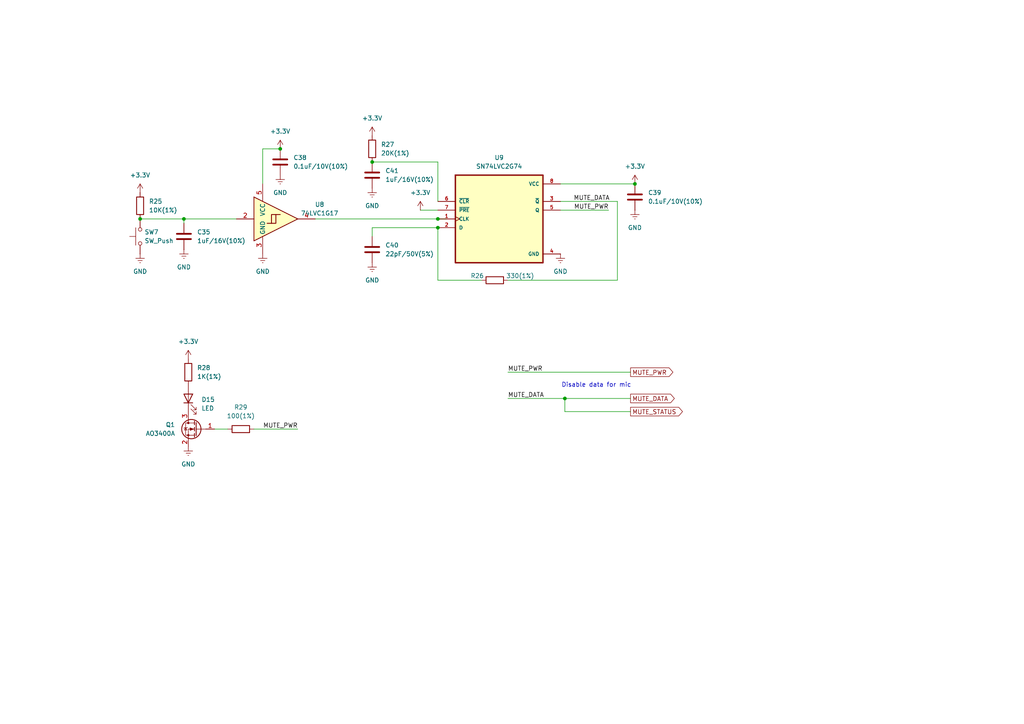
<source format=kicad_sch>
(kicad_sch (version 20231120) (generator "eeschema") (generator_version "8.0")
  (paper "A4")
  (lib_symbols
    (symbol "74xGxx:74LVC1G17"
      (property "Reference" "U" (at 0 3.81 0))
      (property "Value" "74LVC1G17" (at 0 -3.81 0))
      (symbol "74LVC1G17_0_1"
        (polyline (pts (xy -7.62 6.35) (xy -7.62 -6.35) (xy 5.08 0) (xy -7.62 6.35)) (stroke (width 0.254)) (fill (type background)))
        (polyline (pts (xy -3.81 -1.27) (xy -2.54 -1.27) (xy -2.54 1.27) (xy -1.27 1.27)) (stroke (width 0.254)) (fill (type background)))
        (polyline (pts (xy -2.54 -1.27) (xy -1.27 -1.27) (xy -1.27 1.27) (xy 0 1.27)) (stroke (width 0.254)) (fill (type background)))
      )
      (symbol "74LVC1G17_1_1"
        (pin no_connect line (at -7.62 5.08 180) (length 5.08) hide (name "NC") (number "1"))
        (pin input line (at -12.7 0 0) (length 5.08) (name "~") (number "2"))
        (pin power_in line (at -5.08 -10.16 90) (length 5.08) (name "GND") (number "3"))
        (pin output line (at 10.16 0 180) (length 5.08) (name "~") (number "4"))
        (pin power_in line (at -5.08 10.16 270) (length 5.08) (name "VCC") (number "5"))
      )
    )
    (symbol "Device:C" (pin_numbers hide) (pin_names (offset 0.254))
      (property "Reference" "C" (at 0.635 2.54 0))
      (property "Value" "C" (at 0.635 -2.54 0))
      (symbol "C_0_1"
        (polyline (pts (xy -2.032 -0.762) (xy 2.032 -0.762)) (stroke (width 0.508)))
        (polyline (pts (xy -2.032 0.762) (xy 2.032 0.762)) (stroke (width 0.508)))
      )
      (symbol "C_1_1"
        (pin passive line (at 0 3.81 270) (length 2.794) (name "~") (number "1"))
        (pin passive line (at 0 -3.81 90) (length 2.794) (name "~") (number "2"))
      )
    )
    (symbol "Device:LED" (pin_numbers hide) (pin_names (offset 1.016) hide)
      (property "Reference" "D" (at 0 2.54 0))
      (property "Value" "LED" (at 0 -2.54 0))
      (symbol "LED_0_1"
        (polyline (pts (xy -1.27 -1.27) (xy -1.27 1.27)) (stroke (width 0.254)))
        (polyline (pts (xy -1.27 0) (xy 1.27 0)))
        (polyline (pts (xy 1.27 -1.27) (xy 1.27 1.27) (xy -1.27 0) (xy 1.27 -1.27)) (stroke (width 0.254)))
        (polyline (pts (xy -3.048 -0.762) (xy -4.572 -2.286) (xy -3.81 -2.286) (xy -4.572 -2.286) (xy -4.572 -1.524)))
        (polyline (pts (xy -1.778 -0.762) (xy -3.302 -2.286) (xy -2.54 -2.286) (xy -3.302 -2.286) (xy -3.302 -1.524)))
      )
      (symbol "LED_1_1"
        (pin passive line (at -3.81 0 0) (length 2.54) (name "K") (number "1"))
        (pin passive line (at 3.81 0 180) (length 2.54) (name "A") (number "2"))
      )
    )
    (symbol "Device:R" (pin_numbers hide) (pin_names (offset 0))
      (property "Reference" "R" (at 2.032 0 90))
      (property "Value" "R" (at 0 0 90))
      (symbol "R_0_1"
        (rectangle (start -1.016 -2.54) (end 1.016 2.54) (stroke (width 0.254)))
      )
      (symbol "R_1_1"
        (pin passive line (at 0 3.81 270) (length 1.27) (name "~") (number "1"))
        (pin passive line (at 0 -3.81 90) (length 1.27) (name "~") (number "2"))
      )
    )
    (symbol "SN74LVC2G74:SN74LVC2G74" (pin_names (offset 1.016))
      (property "Reference" "U" (at -12.7 13.7 0))
      (property "Value" "SN74LVC2G74" (at -12.7 -16.7 0))
      (symbol "SN74LVC2G74_0_0"
        (rectangle (start -12.7 12.7) (end 12.7 -12.7) (stroke (width 0.41)) (fill (type background)))
        (pin input clock (at -17.78 0 0) (length 5.08) (name "CLK") (number "1"))
        (pin input line (at -17.78 -2.54 0) (length 5.08) (name "D") (number "2"))
        (pin output line (at 17.78 5.08 180) (length 5.08) (name "~{Q}") (number "3"))
        (pin power_in line (at 17.78 -10.16 180) (length 5.08) (name "GND") (number "4"))
        (pin output line (at 17.78 2.54 180) (length 5.08) (name "Q") (number "5"))
        (pin input line (at -17.78 5.08 0) (length 5.08) (name "~{CLR}") (number "6"))
        (pin input line (at -17.78 2.54 0) (length 5.08) (name "~{PRE}") (number "7"))
        (pin power_in line (at 17.78 10.16 180) (length 5.08) (name "VCC") (number "8"))
      )
    )
    (symbol "Switch:SW_Push" (pin_numbers hide) (pin_names (offset 1.016) hide)
      (property "Reference" "SW" (at 1.27 2.54 0))
      (property "Value" "SW_Push" (at 0 -1.524 0))
      (symbol "SW_Push_0_1"
        (circle (center -2.032 0) (radius 0.508))
        (polyline (pts (xy 0 1.27) (xy 0 3.048)))
        (polyline (pts (xy 2.54 1.27) (xy -2.54 1.27)))
        (circle (center 2.032 0) (radius 0.508))
        (pin passive line (at -5.08 0 0) (length 2.54) (name "1") (number "1"))
        (pin passive line (at 5.08 0 180) (length 2.54) (name "2") (number "2"))
      )
    )
    (symbol "Transistor_FET:AO3400A" (pin_names hide)
      (property "Reference" "Q" (at 5.08 1.905 0))
      (property "Value" "AO3400A" (at 5.08 0 0))
      (symbol "AO3400A_0_1"
        (polyline (pts (xy 0.254 0) (xy -2.54 0)))
        (polyline (pts (xy 0.254 1.905) (xy 0.254 -1.905)) (stroke (width 0.254)))
        (polyline (pts (xy 0.762 -1.27) (xy 0.762 -2.286)) (stroke (width 0.254)))
        (polyline (pts (xy 0.762 0.508) (xy 0.762 -0.508)) (stroke (width 0.254)))
        (polyline (pts (xy 0.762 2.286) (xy 0.762 1.27)) (stroke (width 0.254)))
        (polyline (pts (xy 2.54 2.54) (xy 2.54 1.778)))
        (polyline (pts (xy 2.54 -2.54) (xy 2.54 0) (xy 0.762 0)))
        (polyline (pts (xy 0.762 -1.778) (xy 3.302 -1.778) (xy 3.302 1.778) (xy 0.762 1.778)))
        (polyline (pts (xy 1.016 0) (xy 2.032 0.381) (xy 2.032 -0.381) (xy 1.016 0)) (fill (type outline)))
        (polyline (pts (xy 2.794 0.508) (xy 2.921 0.381) (xy 3.683 0.381) (xy 3.81 0.254)))
        (polyline (pts (xy 3.302 0.381) (xy 2.921 -0.254) (xy 3.683 -0.254) (xy 3.302 0.381)))
        (circle (center 1.651 0) (radius 2.794) (stroke (width 0.254)))
        (circle (center 2.54 -1.778) (radius 0.254) (fill (type outline)))
        (circle (center 2.54 1.778) (radius 0.254) (fill (type outline)))
      )
      (symbol "AO3400A_1_1"
        (pin input line (at -5.08 0 0) (length 2.54) (name "G") (number "1"))
        (pin passive line (at 2.54 -5.08 90) (length 2.54) (name "S") (number "2"))
        (pin passive line (at 2.54 5.08 270) (length 2.54) (name "D") (number "3"))
      )
    )
    (symbol "power:+3.3V" (power) (pin_numbers hide) (pin_names (offset 0) hide)
      (property "Value" "+3.3V" (at 0 3.556 0))
      (symbol "+3.3V_0_1"
        (polyline (pts (xy -0.762 1.27) (xy 0 2.54)))
        (polyline (pts (xy 0 0) (xy 0 2.54)))
        (polyline (pts (xy 0 2.54) (xy 0.762 1.27)))
      )
      (symbol "+3.3V_1_1"
        (pin power_in line (at 0 0 90) (length 0) (name "~") (number "1"))
      )
    )
    (symbol "power:Earth" (power) (pin_numbers hide) (pin_names (offset 0) hide)
      (property "Value" "Earth" (at 0 -3.81 0))
      (symbol "Earth_0_1"
        (polyline (pts (xy -0.635 -1.905) (xy 0.635 -1.905)))
        (polyline (pts (xy -0.127 -2.54) (xy 0.127 -2.54)))
        (polyline (pts (xy 0 -1.27) (xy 0 0)))
        (polyline (pts (xy 1.27 -1.27) (xy -1.27 -1.27)))
      )
      (symbol "Earth_1_1"
        (pin power_in line (at 0 0 270) (length 0) (name "~") (number "1"))
      )
    )
  )
  (junction (at 53.34 63.5))
  (junction (at 127 66.04))
  (junction (at 40.64 63.5))
  (junction (at 81.28 43.18))
  (junction (at 107.95 46.99))
  (junction (at 127 63.5))
  (junction (at 163.83 115.57))
  (junction (at 184.15 53.34))
  (wire (pts (xy 139.7 81.28) (xy 127 81.28)))
  (wire (pts (xy 107.95 46.99) (xy 127 46.99)))
  (wire (pts (xy 162.56 53.34) (xy 184.15 53.34)))
  (wire (pts (xy 163.83 119.38) (xy 182.88 119.38)))
  (wire (pts (xy 86.36 124.46) (xy 73.66 124.46)))
  (wire (pts (xy 127 81.28) (xy 127 66.04)))
  (wire (pts (xy 163.83 115.57) (xy 163.83 119.38)))
  (wire (pts (xy 53.34 63.5) (xy 68.58 63.5)))
  (wire (pts (xy 127 66.04) (xy 107.95 66.04)))
  (wire (pts (xy 127 46.99) (xy 127 58.42)))
  (wire (pts (xy 53.34 63.5) (xy 53.34 64.77)))
  (wire (pts (xy 81.28 43.18) (xy 76.2 43.18)))
  (wire (pts (xy 176.53 60.96) (xy 162.56 60.96)))
  (wire (pts (xy 127 60.96) (xy 121.92 60.96)))
  (wire (pts (xy 107.95 66.04) (xy 107.95 68.58)))
  (wire (pts (xy 147.32 115.57) (xy 163.83 115.57)))
  (wire (pts (xy 162.56 58.42) (xy 179.07 58.42)))
  (wire (pts (xy 147.32 107.95) (xy 182.88 107.95)))
  (wire (pts (xy 179.07 81.28) (xy 147.32 81.28)))
  (wire (pts (xy 91.44 63.5) (xy 127 63.5)))
  (wire (pts (xy 66.04 124.46) (xy 62.23 124.46)))
  (wire (pts (xy 53.34 63.5) (xy 40.64 63.5)))
  (wire (pts (xy 163.83 115.57) (xy 182.88 115.57)))
  (wire (pts (xy 127 63.5) (xy 129.54 63.5)))
  (wire (pts (xy 76.2 43.18) (xy 76.2 53.34)))
  (wire (pts (xy 179.07 58.42) (xy 179.07 81.28)))
  (text "Disable data for mic" (at 172.974 111.76 0) (effects (font (size 1.27 1.27))))
  (label "MUTE_DATA" (at 147.32 115.57 0))
  (label "MUTE_PWR" (at 147.32 107.95 0))
  (label "MUTE_PWR" (at 176.53 60.96 180))
  (label "MUTE_DATA" (at 166.37 58.42 0))
  (label "MUTE_PWR" (at 86.36 124.46 180))
  (global_label "MUTE_STATUS" (shape output) (at 182.88 119.38 0) (property "Intersheetrefs" "${INTERSHEET_REFS}" (effects (hide yes))))
  (global_label "MUTE_DATA" (shape output) (at 182.88 115.57 0) (property "Intersheetrefs" "${INTERSHEET_REFS}" (effects (hide yes))))
  (global_label "MUTE_PWR" (shape output) (at 182.88 107.95 0) (property "Intersheetrefs" "${INTERSHEET_REFS}" (effects (hide yes))))
  (symbol (lib_id "power:Earth") (at 184.15 60.96 0) (unit 1)
    (property "Reference" "#PWR0104" (effects (hide yes)))
    (property "Value" "GND" (at 184.15 66.04 0))
    (property "Description" "Power symbol creates a global label with name \"Earth\"" (effects (hide yes)))
  )
  (symbol (lib_id "power:Earth") (at 162.56 73.66 0) (unit 1)
    (property "Reference" "#PWR0105" (effects (hide yes)))
    (property "Value" "GND" (at 162.56 78.74 0))
    (property "Description" "Power symbol creates a global label with name \"Earth\"" (effects (hide yes)))
  )
  (symbol (lib_id "Device:R") (at 107.95 43.18 0) (unit 1)
    (property "Reference" "R27" (at 110.49 41.9099 0) (effects (justify left)))
    (property "Value" "20K(1%)" (at 110.49 44.4499 0) (effects (justify left)))
    (property "Footprint" "Resistor_SMD:R_0603_1608Metric" (effects (hide yes)))
    (property "Description" "Resistor" (effects (hide yes)))
  )
  (symbol (lib_id "Switch:SW_Push") (at 40.64 68.58 90) (unit 1)
    (property "Reference" "SW7" (at 41.91 67.3099 90) (effects (justify right)))
    (property "Value" "SW_Push" (at 41.91 69.8499 90) (effects (justify right)))
    (property "Description" "Push button switch, generic, two pins" (effects (hide yes)))
  )
  (symbol (lib_id "74xGxx:74LVC1G17") (at 81.28 63.5 0) (unit 1)
    (property "Reference" "U8" (at 92.71 59.309 0))
    (property "Value" "74LVC1G17" (at 92.71 61.849 0))
    (property "Datasheet" "https://www.ti.com/lit/ds/symlink/sn74lvc1g17.pdf" (effects (hide yes)))
    (property "Description" "Single Schmitt Buffer Gate, Low-Voltage CMOS" (effects (hide yes)))
  )
  (symbol (lib_id "power:+3.3V") (at 184.15 53.34 0) (unit 1)
    (property "Reference" "#PWR0102" (effects (hide yes)))
    (property "Value" "+3.3V" (at 184.15 48.26 0))
    (property "Description" "Power symbol creates a global label with name \"+3.3V\"" (effects (hide yes)))
  )
  (symbol (lib_id "Device:C") (at 81.28 46.99 0) (unit 1)
    (property "Reference" "C38" (at 85.09 45.7199 0) (effects (justify left)))
    (property "Value" "0.1uF/10V(10%)" (at 85.09 48.2599 0) (effects (justify left)))
    (property "Footprint" "Capacitor_SMD:C_0603_1608Metric" (effects (hide yes)))
    (property "Description" "Unpolarized capacitor" (effects (hide yes)))
  )
  (symbol (lib_id "power:+3.3V") (at 81.28 43.18 0) (unit 1)
    (property "Reference" "#PWR0103" (effects (hide yes)))
    (property "Value" "+3.3V" (at 81.28 38.1 0))
    (property "Description" "Power symbol creates a global label with name \"+3.3V\"" (effects (hide yes)))
  )
  (symbol (lib_id "power:Earth") (at 81.28 50.8 0) (unit 1)
    (property "Reference" "#PWR0101" (effects (hide yes)))
    (property "Value" "GND" (at 81.28 55.88 0))
    (property "Description" "Power symbol creates a global label with name \"Earth\"" (effects (hide yes)))
  )
  (symbol (lib_id "Device:R") (at 69.85 124.46 90) (unit 1)
    (property "Reference" "R29" (at 69.85 118.11 90))
    (property "Value" "100(1%)" (at 69.85 120.65 90))
    (property "Footprint" "Resistor_SMD:R_0603_1608Metric" (effects (hide yes)))
    (property "Description" "Resistor" (effects (hide yes)))
  )
  (symbol (lib_id "power:Earth") (at 40.64 73.66 0) (unit 1)
    (property "Reference" "#PWR096" (effects (hide yes)))
    (property "Value" "GND" (at 40.64 78.74 0))
    (property "Description" "Power symbol creates a global label with name \"Earth\"" (effects (hide yes)))
  )
  (symbol (lib_id "power:+3.3V") (at 40.64 55.88 0) (unit 1)
    (property "Reference" "#PWR097" (effects (hide yes)))
    (property "Value" "+3.3V" (at 40.64 50.8 0))
    (property "Description" "Power symbol creates a global label with name \"+3.3V\"" (effects (hide yes)))
  )
  (symbol (lib_id "power:Earth") (at 54.61 129.54 0) (unit 1)
    (property "Reference" "#PWR0110" (effects (hide yes)))
    (property "Value" "GND" (at 54.61 134.62 0))
    (property "Description" "Power symbol creates a global label with name \"Earth\"" (effects (hide yes)))
  )
  (symbol (lib_id "power:Earth") (at 76.2 73.66 0) (unit 1)
    (property "Reference" "#PWR0108" (effects (hide yes)))
    (property "Value" "GND" (at 76.2 78.74 0))
    (property "Description" "Power symbol creates a global label with name \"Earth\"" (effects (hide yes)))
  )
  (symbol (lib_id "Device:C") (at 53.34 68.58 0) (unit 1)
    (property "Reference" "C35" (at 57.15 67.3099 0) (effects (justify left)))
    (property "Value" "1uF/16V(10%)" (at 57.15 69.8499 0) (effects (justify left)))
    (property "Footprint" "Capacitor_SMD:C_0603_1608Metric" (effects (hide yes)))
    (property "Description" "Unpolarized capacitor" (effects (hide yes)))
  )
  (symbol (lib_id "Device:LED") (at 54.61 115.57 90) (unit 1)
    (property "Reference" "D15" (at 58.42 115.8874 90) (effects (justify right)))
    (property "Value" "LED" (at 58.42 118.4274 90) (effects (justify right)))
    (property "Footprint" "LED_SMD:LED_0603_1608Metric" (effects (hide yes)))
    (property "Description" "Light emitting diode" (effects (hide yes)))
  )
  (symbol (lib_id "power:Earth") (at 107.95 54.61 0) (unit 1)
    (property "Reference" "#PWR0107" (effects (hide yes)))
    (property "Value" "GND" (at 107.95 59.69 0))
    (property "Description" "Power symbol creates a global label with name \"Earth\"" (effects (hide yes)))
  )
  (symbol (lib_id "Device:R") (at 143.51 81.28 270) (unit 1)
    (property "Reference" "R26" (at 138.43 80.01 90))
    (property "Value" "330(1%)" (at 150.876 80.01 90))
    (property "Footprint" "Resistor_SMD:R_0603_1608Metric" (effects (hide yes)))
    (property "Description" "Resistor" (effects (hide yes)))
  )
  (symbol (lib_id "Device:R") (at 40.64 59.69 180) (unit 1)
    (property "Reference" "R25" (at 43.18 58.4199 0) (effects (justify right)))
    (property "Value" "10K(1%)" (at 43.18 60.9599 0) (effects (justify right)))
    (property "Footprint" "Resistor_SMD:R_0603_1608Metric" (effects (hide yes)))
    (property "Description" "Resistor" (effects (hide yes)))
  )
  (symbol (lib_id "power:+3.3V") (at 107.95 39.37 0) (unit 1)
    (property "Reference" "#PWR0151" (effects (hide yes)))
    (property "Value" "+3.3V" (at 107.95 34.29 0))
    (property "Description" "Power symbol creates a global label with name \"+3.3V\"" (effects (hide yes)))
  )
  (symbol (lib_id "power:Earth") (at 53.34 72.39 0) (unit 1)
    (property "Reference" "#PWR098" (effects (hide yes)))
    (property "Value" "GND" (at 53.34 77.47 0))
    (property "Description" "Power symbol creates a global label with name \"Earth\"" (effects (hide yes)))
  )
  (symbol (lib_id "Device:C") (at 107.95 50.8 0) (unit 1)
    (property "Reference" "C41" (at 111.76 49.5299 0) (effects (justify left)))
    (property "Value" "1uF/16V(10%)" (at 111.76 52.0699 0) (effects (justify left)))
    (property "Footprint" "Capacitor_SMD:C_0603_1608Metric" (effects (hide yes)))
    (property "Description" "Unpolarized capacitor" (effects (hide yes)))
  )
  (symbol (lib_id "power:+3.3V") (at 54.61 104.14 0) (unit 1)
    (property "Reference" "#PWR0109" (effects (hide yes)))
    (property "Value" "+3.3V" (at 54.61 99.06 0))
    (property "Description" "Power symbol creates a global label with name \"+3.3V\"" (effects (hide yes)))
  )
  (symbol (lib_id "Device:C") (at 184.15 57.15 0) (unit 1)
    (property "Reference" "C39" (at 187.96 55.8799 0) (effects (justify left)))
    (property "Value" "0.1uF/10V(10%)" (at 187.96 58.4199 0) (effects (justify left)))
    (property "Footprint" "Capacitor_SMD:C_0603_1608Metric" (effects (hide yes)))
    (property "Description" "Unpolarized capacitor" (effects (hide yes)))
  )
  (symbol (lib_id "Transistor_FET:AO3400A") (at 57.15 124.46 0) (mirror y) (unit 1)
    (property "Reference" "Q1" (at 50.8 123.1899 0) (effects (justify left)))
    (property "Value" "AO3400A" (at 50.8 125.7299 0) (effects (justify left)))
    (property "Footprint" "Package_TO_SOT_SMD:SOT-23" (effects (hide yes)))
    (property "Datasheet" "http://www.aosmd.com/pdfs/datasheet/AO3400A.pdf" (effects (hide yes)))
    (property "Description" "30V Vds, 5.7A Id, N-Channel MOSFET, SOT-23" (effects (hide yes)))
  )
  (symbol (lib_id "power:Earth") (at 107.95 76.2 0) (unit 1)
    (property "Reference" "#PWR0106" (effects (hide yes)))
    (property "Value" "GND" (at 107.95 81.28 0))
    (property "Description" "Power symbol creates a global label with name \"Earth\"" (effects (hide yes)))
  )
  (symbol (lib_id "power:+3.3V") (at 121.92 60.96 0) (unit 1)
    (property "Reference" "#PWR0148" (effects (hide yes)))
    (property "Value" "+3.3V" (at 121.92 55.88 0))
    (property "Description" "Power symbol creates a global label with name \"+3.3V\"" (effects (hide yes)))
  )
  (symbol (lib_id "Device:R") (at 54.61 107.95 0) (unit 1)
    (property "Reference" "R28" (at 57.15 106.6799 0) (effects (justify left)))
    (property "Value" "1K(1%)" (at 57.15 109.2199 0) (effects (justify left)))
    (property "Footprint" "Resistor_SMD:R_0603_1608Metric" (effects (hide yes)))
    (property "Description" "Resistor" (effects (hide yes)))
  )
  (symbol (lib_id "Device:C") (at 107.95 72.39 0) (unit 1)
    (property "Reference" "C40" (at 111.76 71.1199 0) (effects (justify left)))
    (property "Value" "22pF/50V(5%)" (at 111.76 73.6599 0) (effects (justify left)))
    (property "Footprint" "Capacitor_SMD:C_0603_1608Metric" (effects (hide yes)))
    (property "Description" "Unpolarized capacitor" (effects (hide yes)))
  )
  (symbol (lib_id "SN74LVC2G74:SN74LVC2G74") (at 144.78 63.5 0) (unit 1)
    (property "Reference" "U9" (at 144.78 45.72 0))
    (property "Value" "SN74LVC2G74" (at 144.78 48.26 0))
    (property "Footprint" "Package_SO:VSSOP-8_2.4x2.1mm_P0.5mm" (effects (hide yes)))
    (property "Datasheet" "https://www.ti.com/lit/ds/symlink/sn74lvc2g74.pdf" (effects (hide yes)))
    (property "MF" "Texas Instruments" (effects (hide yes)))
    (property "Description_1" "\nSingle Positive-Edge-Triggered D-Type Flip-Flop with Clear and Preset\n" (effects (hide yes)))
    (property "Package" "VSSOP-8 Texas Instruments" (effects (hide yes)))
    (property "Price" "None" (effects (hide yes)))
    (property "SnapEDA_Link" "https://www.snapeda.com/parts/SN74LVC2G74/Texas+Instruments/view-part/?ref=snap" (effects (hide yes)))
    (property "MP" "SN74LVC2G74" (effects (hide yes)))
    (property "Purchase-URL" "https://www.snapeda.com/api/url_track_click_mouser/?unipart_id=395570&manufacturer=Texas Instruments&part_name=SN74LVC2G74&search_term=sn74lvc2g74" (effects (hide yes)))
    (property "Availability" "In Stock" (effects (hide yes)))
    (property "Check_prices" "https://www.snapeda.com/parts/SN74LVC2G74/Texas+Instruments/view-part/?ref=eda" (effects (hide yes)))
  )
)
</source>
